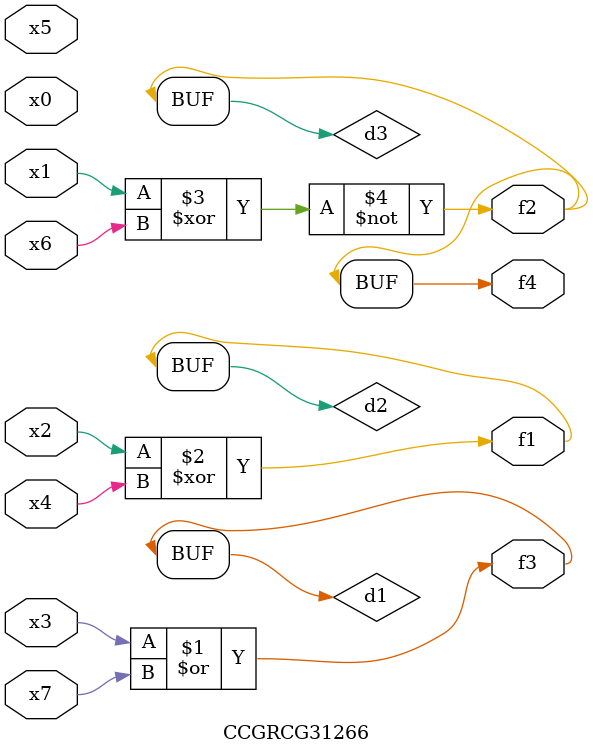
<source format=v>
module CCGRCG31266(
	input x0, x1, x2, x3, x4, x5, x6, x7,
	output f1, f2, f3, f4
);

	wire d1, d2, d3;

	or (d1, x3, x7);
	xor (d2, x2, x4);
	xnor (d3, x1, x6);
	assign f1 = d2;
	assign f2 = d3;
	assign f3 = d1;
	assign f4 = d3;
endmodule

</source>
